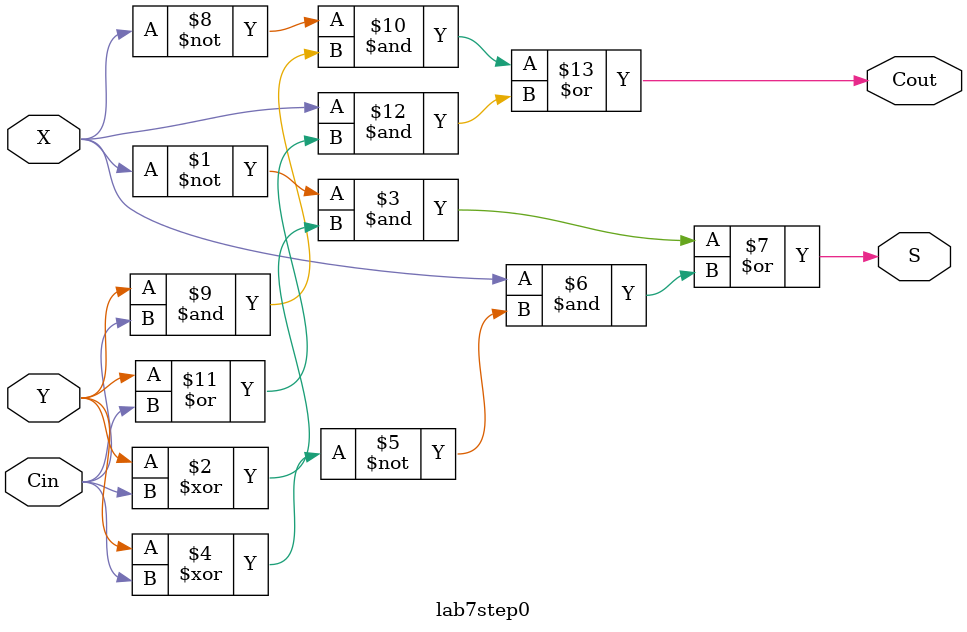
<source format=v>
module lab7step0(Cin,X,Y,S,Cout);
input Cin,X,Y;
output Cout,S;
assign S=(~X&(Y^Cin))|(X&(~(Y^Cin)));
assign Cout=(~X&(Y&Cin))|(X&(Y|Cin));
endmodule













































</source>
